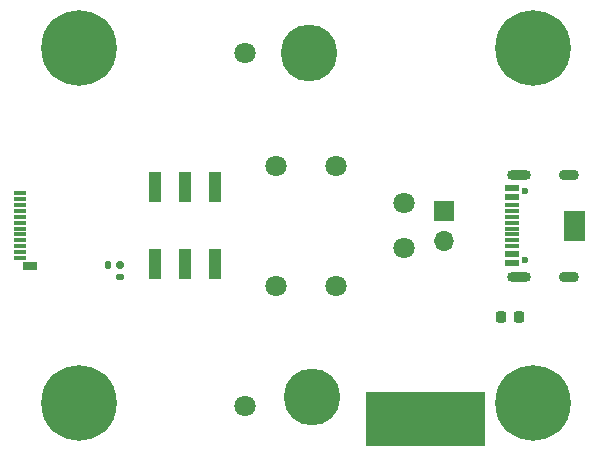
<source format=gts>
%TF.GenerationSoftware,KiCad,Pcbnew,(6.0.4)*%
%TF.CreationDate,2022-04-23T23:59:39+08:00*%
%TF.ProjectId,USBC_PD_TEST,55534243-5f50-4445-9f54-4553542e6b69,V0.9*%
%TF.SameCoordinates,Original*%
%TF.FileFunction,Soldermask,Top*%
%TF.FilePolarity,Negative*%
%FSLAX46Y46*%
G04 Gerber Fmt 4.6, Leading zero omitted, Abs format (unit mm)*
G04 Created by KiCad (PCBNEW (6.0.4)) date 2022-04-23 23:59:39*
%MOMM*%
%LPD*%
G01*
G04 APERTURE LIST*
G04 Aperture macros list*
%AMRoundRect*
0 Rectangle with rounded corners*
0 $1 Rounding radius*
0 $2 $3 $4 $5 $6 $7 $8 $9 X,Y pos of 4 corners*
0 Add a 4 corners polygon primitive as box body*
4,1,4,$2,$3,$4,$5,$6,$7,$8,$9,$2,$3,0*
0 Add four circle primitives for the rounded corners*
1,1,$1+$1,$2,$3*
1,1,$1+$1,$4,$5*
1,1,$1+$1,$6,$7*
1,1,$1+$1,$8,$9*
0 Add four rect primitives between the rounded corners*
20,1,$1+$1,$2,$3,$4,$5,0*
20,1,$1+$1,$4,$5,$6,$7,0*
20,1,$1+$1,$6,$7,$8,$9,0*
20,1,$1+$1,$8,$9,$2,$3,0*%
G04 Aperture macros list end*
%ADD10C,1.800000*%
%ADD11R,1.000000X2.500000*%
%ADD12R,1.700000X1.700000*%
%ADD13O,1.700000X1.700000*%
%ADD14C,6.400000*%
%ADD15C,0.800000*%
%ADD16C,0.600000*%
%ADD17R,1.160000X0.600000*%
%ADD18R,1.160000X0.300000*%
%ADD19O,2.000000X0.900000*%
%ADD20O,1.700000X0.900000*%
%ADD21R,1.000000X0.380000*%
%ADD22R,1.150000X0.700000*%
%ADD23RoundRect,0.135000X0.185000X-0.135000X0.185000X0.135000X-0.185000X0.135000X-0.185000X-0.135000X0*%
%ADD24C,4.800000*%
%ADD25RoundRect,0.135000X-0.135000X-0.185000X0.135000X-0.185000X0.135000X0.185000X-0.135000X0.185000X0*%
%ADD26RoundRect,0.218750X0.218750X0.256250X-0.218750X0.256250X-0.218750X-0.256250X0.218750X-0.256250X0*%
G04 APERTURE END LIST*
G36*
X105570993Y-76581000D02*
G01*
X115603993Y-76581000D01*
X115603993Y-81153000D01*
X105570993Y-81153000D01*
X105570993Y-76581000D01*
G37*
G36*
X122334993Y-61214000D02*
G01*
X124112993Y-61214000D01*
X124112993Y-63754000D01*
X122334993Y-63754000D01*
X122334993Y-61214000D01*
G37*
D10*
%TO.C,TP8*%
X97934000Y-67564000D03*
%TD*%
%TO.C,TP2*%
X95284000Y-47879000D03*
%TD*%
D11*
%TO.C,SW1*%
X87664000Y-65734000D03*
X90204000Y-65734000D03*
X92744000Y-65734000D03*
X87664000Y-59234000D03*
X90204000Y-59234000D03*
X92744000Y-59234000D03*
%TD*%
D12*
%TO.C,J2*%
X112158000Y-61214000D03*
D13*
X112158000Y-63754000D03*
%TD*%
D14*
%TO.C,H2*%
X119734007Y-47484005D03*
D15*
X119734000Y-45084000D03*
X119734000Y-49884000D03*
X122134000Y-47484000D03*
X121431056Y-49181056D03*
X117334000Y-47484000D03*
X118036944Y-49181056D03*
X118036944Y-45786944D03*
X121431056Y-45786944D03*
%TD*%
D16*
%TO.C,J1*%
X119008999Y-65374000D03*
X119008999Y-59594000D03*
D17*
X117948999Y-65684000D03*
X117948999Y-64884000D03*
D18*
X117948999Y-63734000D03*
X117948999Y-62734000D03*
X117948999Y-62234000D03*
X117948999Y-61234000D03*
D17*
X117948999Y-60084000D03*
X117948999Y-59284000D03*
X117948999Y-59284000D03*
X117948999Y-60084000D03*
D18*
X117948999Y-60734000D03*
X117948999Y-61734000D03*
X117948999Y-63234000D03*
X117948999Y-64234000D03*
D17*
X117948999Y-64884000D03*
X117948999Y-65684000D03*
D19*
X118528999Y-58164000D03*
D20*
X122698999Y-66804000D03*
X122698999Y-58164000D03*
D19*
X118528999Y-66804000D03*
%TD*%
D15*
%TO.C,H4*%
X118036944Y-79181056D03*
X119734000Y-79884000D03*
X122134000Y-77484000D03*
X121431056Y-75786944D03*
X117334000Y-77484000D03*
D14*
X119734007Y-77483995D03*
D15*
X118036944Y-75786944D03*
X121431056Y-79181056D03*
X119734000Y-75084000D03*
%TD*%
D21*
%TO.C,P1*%
X76273993Y-65234000D03*
X76273993Y-64734000D03*
X76273993Y-64234000D03*
X76273993Y-63734000D03*
X76273993Y-63234000D03*
X76273993Y-62734000D03*
X76273993Y-62234000D03*
X76273993Y-61734000D03*
X76273993Y-61234000D03*
X76273993Y-60734000D03*
X76273993Y-60234000D03*
X76273993Y-59734000D03*
D22*
X77113993Y-65904000D03*
%TD*%
D10*
%TO.C,TP4*%
X97934000Y-57404000D03*
%TD*%
%TO.C,TP3*%
X103014000Y-67564000D03*
%TD*%
%TO.C,TP5*%
X108729000Y-60579000D03*
%TD*%
D15*
%TO.C,H3*%
X81234000Y-75084000D03*
X79536944Y-79181056D03*
D14*
X81234008Y-77483995D03*
D15*
X82931056Y-75786944D03*
X79536944Y-75786944D03*
X82931056Y-79181056D03*
X81234000Y-79884000D03*
X83634000Y-77484000D03*
X78834000Y-77484000D03*
%TD*%
D23*
%TO.C,R2*%
X84743000Y-66804000D03*
X84743000Y-65784000D03*
%TD*%
D24*
%TO.C,TP1*%
X100728000Y-47879000D03*
%TD*%
D10*
%TO.C,TP6*%
X108729000Y-64389000D03*
%TD*%
%TO.C,TP10*%
X95284000Y-77724000D03*
%TD*%
D15*
%TO.C,H1*%
X81234000Y-45084000D03*
X82931056Y-45786944D03*
X78834000Y-47484000D03*
X81234000Y-49884000D03*
X82931056Y-49181056D03*
X79536944Y-45786944D03*
D14*
X81234008Y-47484005D03*
D15*
X83634000Y-47484000D03*
X79536944Y-49181056D03*
%TD*%
D25*
%TO.C,R1*%
X83692005Y-65786000D03*
X84712005Y-65786000D03*
%TD*%
D24*
%TO.C,TP9*%
X100982000Y-76962000D03*
%TD*%
D10*
%TO.C,TP7*%
X103014000Y-57404000D03*
%TD*%
D26*
%TO.C,FB1*%
X118533500Y-70231000D03*
X116958500Y-70231000D03*
%TD*%
M02*

</source>
